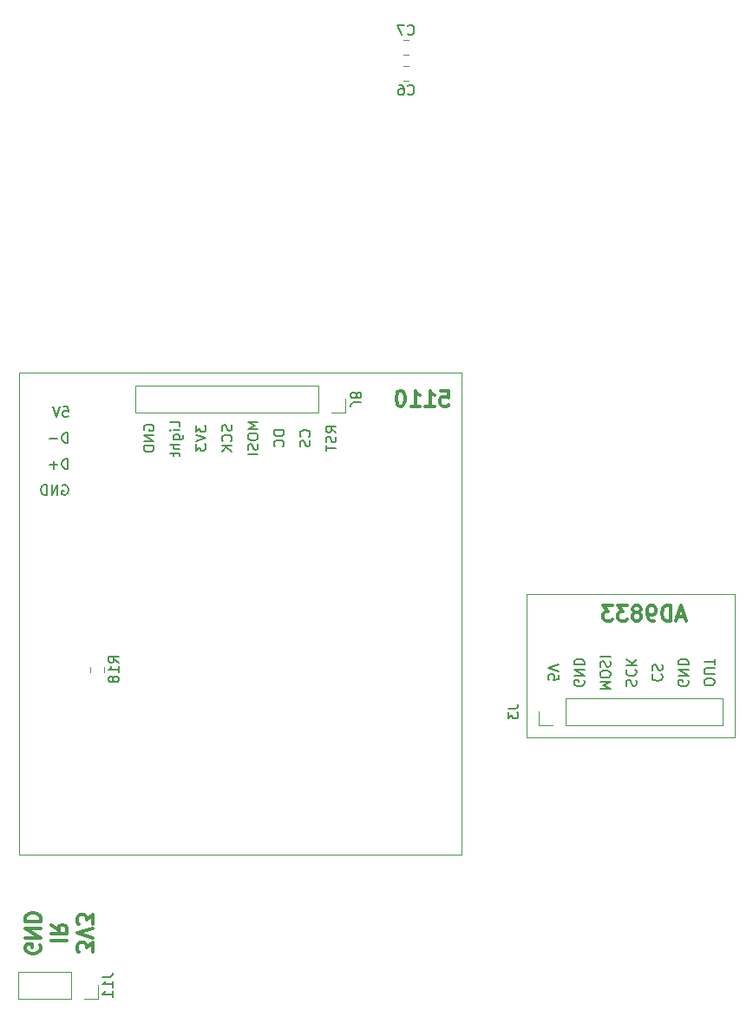
<source format=gbr>
G04 #@! TF.GenerationSoftware,KiCad,Pcbnew,5.1.4+dfsg1-1*
G04 #@! TF.CreationDate,2020-04-17T13:22:44+02:00*
G04 #@! TF.ProjectId,Transceiver,5472616e-7363-4656-9976-65722e6b6963,rev?*
G04 #@! TF.SameCoordinates,Original*
G04 #@! TF.FileFunction,Legend,Bot*
G04 #@! TF.FilePolarity,Positive*
%FSLAX46Y46*%
G04 Gerber Fmt 4.6, Leading zero omitted, Abs format (unit mm)*
G04 Created by KiCad (PCBNEW 5.1.4+dfsg1-1) date 2020-04-17 13:22:44*
%MOMM*%
%LPD*%
G04 APERTURE LIST*
%ADD10C,0.150000*%
%ADD11C,0.300000*%
%ADD12C,0.120000*%
G04 APERTURE END LIST*
D10*
X62688214Y-95972380D02*
X63164404Y-95972380D01*
X63212023Y-96448571D01*
X63164404Y-96400952D01*
X63069166Y-96353333D01*
X62831071Y-96353333D01*
X62735833Y-96400952D01*
X62688214Y-96448571D01*
X62640595Y-96543809D01*
X62640595Y-96781904D01*
X62688214Y-96877142D01*
X62735833Y-96924761D01*
X62831071Y-96972380D01*
X63069166Y-96972380D01*
X63164404Y-96924761D01*
X63212023Y-96877142D01*
X62354880Y-95972380D02*
X62021547Y-96972380D01*
X61688214Y-95972380D01*
X63164404Y-99512380D02*
X63164404Y-98512380D01*
X62926309Y-98512380D01*
X62783452Y-98560000D01*
X62688214Y-98655238D01*
X62640595Y-98750476D01*
X62592976Y-98940952D01*
X62592976Y-99083809D01*
X62640595Y-99274285D01*
X62688214Y-99369523D01*
X62783452Y-99464761D01*
X62926309Y-99512380D01*
X63164404Y-99512380D01*
X62164404Y-99131428D02*
X61402500Y-99131428D01*
X63164404Y-102052380D02*
X63164404Y-101052380D01*
X62926309Y-101052380D01*
X62783452Y-101100000D01*
X62688214Y-101195238D01*
X62640595Y-101290476D01*
X62592976Y-101480952D01*
X62592976Y-101623809D01*
X62640595Y-101814285D01*
X62688214Y-101909523D01*
X62783452Y-102004761D01*
X62926309Y-102052380D01*
X63164404Y-102052380D01*
X62164404Y-101671428D02*
X61402500Y-101671428D01*
X61783452Y-102052380D02*
X61783452Y-101290476D01*
X62640595Y-103640000D02*
X62735833Y-103592380D01*
X62878690Y-103592380D01*
X63021547Y-103640000D01*
X63116785Y-103735238D01*
X63164404Y-103830476D01*
X63212023Y-104020952D01*
X63212023Y-104163809D01*
X63164404Y-104354285D01*
X63116785Y-104449523D01*
X63021547Y-104544761D01*
X62878690Y-104592380D01*
X62783452Y-104592380D01*
X62640595Y-104544761D01*
X62592976Y-104497142D01*
X62592976Y-104163809D01*
X62783452Y-104163809D01*
X62164404Y-104592380D02*
X62164404Y-103592380D01*
X61592976Y-104592380D01*
X61592976Y-103592380D01*
X61116785Y-104592380D02*
X61116785Y-103592380D01*
X60878690Y-103592380D01*
X60735833Y-103640000D01*
X60640595Y-103735238D01*
X60592976Y-103830476D01*
X60545357Y-104020952D01*
X60545357Y-104163809D01*
X60592976Y-104354285D01*
X60640595Y-104449523D01*
X60735833Y-104544761D01*
X60878690Y-104592380D01*
X61116785Y-104592380D01*
X89352380Y-98512380D02*
X88876190Y-98179047D01*
X89352380Y-97940952D02*
X88352380Y-97940952D01*
X88352380Y-98321904D01*
X88400000Y-98417142D01*
X88447619Y-98464761D01*
X88542857Y-98512380D01*
X88685714Y-98512380D01*
X88780952Y-98464761D01*
X88828571Y-98417142D01*
X88876190Y-98321904D01*
X88876190Y-97940952D01*
X89304761Y-98893333D02*
X89352380Y-99036190D01*
X89352380Y-99274285D01*
X89304761Y-99369523D01*
X89257142Y-99417142D01*
X89161904Y-99464761D01*
X89066666Y-99464761D01*
X88971428Y-99417142D01*
X88923809Y-99369523D01*
X88876190Y-99274285D01*
X88828571Y-99083809D01*
X88780952Y-98988571D01*
X88733333Y-98940952D01*
X88638095Y-98893333D01*
X88542857Y-98893333D01*
X88447619Y-98940952D01*
X88400000Y-98988571D01*
X88352380Y-99083809D01*
X88352380Y-99321904D01*
X88400000Y-99464761D01*
X88352380Y-99750476D02*
X88352380Y-100321904D01*
X89352380Y-100036190D02*
X88352380Y-100036190D01*
X84272380Y-98298095D02*
X83272380Y-98298095D01*
X83272380Y-98536190D01*
X83320000Y-98679047D01*
X83415238Y-98774285D01*
X83510476Y-98821904D01*
X83700952Y-98869523D01*
X83843809Y-98869523D01*
X84034285Y-98821904D01*
X84129523Y-98774285D01*
X84224761Y-98679047D01*
X84272380Y-98536190D01*
X84272380Y-98298095D01*
X84177142Y-99869523D02*
X84224761Y-99821904D01*
X84272380Y-99679047D01*
X84272380Y-99583809D01*
X84224761Y-99440952D01*
X84129523Y-99345714D01*
X84034285Y-99298095D01*
X83843809Y-99250476D01*
X83700952Y-99250476D01*
X83510476Y-99298095D01*
X83415238Y-99345714D01*
X83320000Y-99440952D01*
X83272380Y-99583809D01*
X83272380Y-99679047D01*
X83320000Y-99821904D01*
X83367619Y-99869523D01*
X70620000Y-98298095D02*
X70572380Y-98202857D01*
X70572380Y-98060000D01*
X70620000Y-97917142D01*
X70715238Y-97821904D01*
X70810476Y-97774285D01*
X71000952Y-97726666D01*
X71143809Y-97726666D01*
X71334285Y-97774285D01*
X71429523Y-97821904D01*
X71524761Y-97917142D01*
X71572380Y-98060000D01*
X71572380Y-98155238D01*
X71524761Y-98298095D01*
X71477142Y-98345714D01*
X71143809Y-98345714D01*
X71143809Y-98155238D01*
X71572380Y-98774285D02*
X70572380Y-98774285D01*
X71572380Y-99345714D01*
X70572380Y-99345714D01*
X71572380Y-99821904D02*
X70572380Y-99821904D01*
X70572380Y-100060000D01*
X70620000Y-100202857D01*
X70715238Y-100298095D01*
X70810476Y-100345714D01*
X71000952Y-100393333D01*
X71143809Y-100393333D01*
X71334285Y-100345714D01*
X71429523Y-100298095D01*
X71524761Y-100202857D01*
X71572380Y-100060000D01*
X71572380Y-99821904D01*
X79144761Y-97774285D02*
X79192380Y-97917142D01*
X79192380Y-98155238D01*
X79144761Y-98250476D01*
X79097142Y-98298095D01*
X79001904Y-98345714D01*
X78906666Y-98345714D01*
X78811428Y-98298095D01*
X78763809Y-98250476D01*
X78716190Y-98155238D01*
X78668571Y-97964761D01*
X78620952Y-97869523D01*
X78573333Y-97821904D01*
X78478095Y-97774285D01*
X78382857Y-97774285D01*
X78287619Y-97821904D01*
X78240000Y-97869523D01*
X78192380Y-97964761D01*
X78192380Y-98202857D01*
X78240000Y-98345714D01*
X79097142Y-99345714D02*
X79144761Y-99298095D01*
X79192380Y-99155238D01*
X79192380Y-99060000D01*
X79144761Y-98917142D01*
X79049523Y-98821904D01*
X78954285Y-98774285D01*
X78763809Y-98726666D01*
X78620952Y-98726666D01*
X78430476Y-98774285D01*
X78335238Y-98821904D01*
X78240000Y-98917142D01*
X78192380Y-99060000D01*
X78192380Y-99155238D01*
X78240000Y-99298095D01*
X78287619Y-99345714D01*
X79192380Y-99774285D02*
X78192380Y-99774285D01*
X79192380Y-100345714D02*
X78620952Y-99917142D01*
X78192380Y-100345714D02*
X78763809Y-99774285D01*
X81732380Y-97488571D02*
X80732380Y-97488571D01*
X81446666Y-97821904D01*
X80732380Y-98155238D01*
X81732380Y-98155238D01*
X80732380Y-98821904D02*
X80732380Y-99012380D01*
X80780000Y-99107619D01*
X80875238Y-99202857D01*
X81065714Y-99250476D01*
X81399047Y-99250476D01*
X81589523Y-99202857D01*
X81684761Y-99107619D01*
X81732380Y-99012380D01*
X81732380Y-98821904D01*
X81684761Y-98726666D01*
X81589523Y-98631428D01*
X81399047Y-98583809D01*
X81065714Y-98583809D01*
X80875238Y-98631428D01*
X80780000Y-98726666D01*
X80732380Y-98821904D01*
X81684761Y-99631428D02*
X81732380Y-99774285D01*
X81732380Y-100012380D01*
X81684761Y-100107619D01*
X81637142Y-100155238D01*
X81541904Y-100202857D01*
X81446666Y-100202857D01*
X81351428Y-100155238D01*
X81303809Y-100107619D01*
X81256190Y-100012380D01*
X81208571Y-99821904D01*
X81160952Y-99726666D01*
X81113333Y-99679047D01*
X81018095Y-99631428D01*
X80922857Y-99631428D01*
X80827619Y-99679047D01*
X80780000Y-99726666D01*
X80732380Y-99821904D01*
X80732380Y-100060000D01*
X80780000Y-100202857D01*
X81732380Y-100631428D02*
X80732380Y-100631428D01*
X86717142Y-98893333D02*
X86764761Y-98845714D01*
X86812380Y-98702857D01*
X86812380Y-98607619D01*
X86764761Y-98464761D01*
X86669523Y-98369523D01*
X86574285Y-98321904D01*
X86383809Y-98274285D01*
X86240952Y-98274285D01*
X86050476Y-98321904D01*
X85955238Y-98369523D01*
X85860000Y-98464761D01*
X85812380Y-98607619D01*
X85812380Y-98702857D01*
X85860000Y-98845714D01*
X85907619Y-98893333D01*
X86764761Y-99274285D02*
X86812380Y-99417142D01*
X86812380Y-99655238D01*
X86764761Y-99750476D01*
X86717142Y-99798095D01*
X86621904Y-99845714D01*
X86526666Y-99845714D01*
X86431428Y-99798095D01*
X86383809Y-99750476D01*
X86336190Y-99655238D01*
X86288571Y-99464761D01*
X86240952Y-99369523D01*
X86193333Y-99321904D01*
X86098095Y-99274285D01*
X86002857Y-99274285D01*
X85907619Y-99321904D01*
X85860000Y-99369523D01*
X85812380Y-99464761D01*
X85812380Y-99702857D01*
X85860000Y-99845714D01*
X75652380Y-97821904D02*
X75652380Y-98440952D01*
X76033333Y-98107619D01*
X76033333Y-98250476D01*
X76080952Y-98345714D01*
X76128571Y-98393333D01*
X76223809Y-98440952D01*
X76461904Y-98440952D01*
X76557142Y-98393333D01*
X76604761Y-98345714D01*
X76652380Y-98250476D01*
X76652380Y-97964761D01*
X76604761Y-97869523D01*
X76557142Y-97821904D01*
X75652380Y-98726666D02*
X76652380Y-99060000D01*
X75652380Y-99393333D01*
X75652380Y-99631428D02*
X75652380Y-100250476D01*
X76033333Y-99917142D01*
X76033333Y-100060000D01*
X76080952Y-100155238D01*
X76128571Y-100202857D01*
X76223809Y-100250476D01*
X76461904Y-100250476D01*
X76557142Y-100202857D01*
X76604761Y-100155238D01*
X76652380Y-100060000D01*
X76652380Y-99774285D01*
X76604761Y-99679047D01*
X76557142Y-99631428D01*
X74112380Y-97940952D02*
X74112380Y-97464761D01*
X73112380Y-97464761D01*
X74112380Y-98274285D02*
X73445714Y-98274285D01*
X73112380Y-98274285D02*
X73160000Y-98226666D01*
X73207619Y-98274285D01*
X73160000Y-98321904D01*
X73112380Y-98274285D01*
X73207619Y-98274285D01*
X73445714Y-99179047D02*
X74255238Y-99179047D01*
X74350476Y-99131428D01*
X74398095Y-99083809D01*
X74445714Y-98988571D01*
X74445714Y-98845714D01*
X74398095Y-98750476D01*
X74064761Y-99179047D02*
X74112380Y-99083809D01*
X74112380Y-98893333D01*
X74064761Y-98798095D01*
X74017142Y-98750476D01*
X73921904Y-98702857D01*
X73636190Y-98702857D01*
X73540952Y-98750476D01*
X73493333Y-98798095D01*
X73445714Y-98893333D01*
X73445714Y-99083809D01*
X73493333Y-99179047D01*
X74112380Y-99655238D02*
X73112380Y-99655238D01*
X74112380Y-100083809D02*
X73588571Y-100083809D01*
X73493333Y-100036190D01*
X73445714Y-99940952D01*
X73445714Y-99798095D01*
X73493333Y-99702857D01*
X73540952Y-99655238D01*
X73445714Y-100417142D02*
X73445714Y-100798095D01*
X73112380Y-100560000D02*
X73969523Y-100560000D01*
X74064761Y-100607619D01*
X74112380Y-100702857D01*
X74112380Y-100798095D01*
X123690000Y-122681904D02*
X123737619Y-122777142D01*
X123737619Y-122920000D01*
X123690000Y-123062857D01*
X123594761Y-123158095D01*
X123499523Y-123205714D01*
X123309047Y-123253333D01*
X123166190Y-123253333D01*
X122975714Y-123205714D01*
X122880476Y-123158095D01*
X122785238Y-123062857D01*
X122737619Y-122920000D01*
X122737619Y-122824761D01*
X122785238Y-122681904D01*
X122832857Y-122634285D01*
X123166190Y-122634285D01*
X123166190Y-122824761D01*
X122737619Y-122205714D02*
X123737619Y-122205714D01*
X122737619Y-121634285D01*
X123737619Y-121634285D01*
X122737619Y-121158095D02*
X123737619Y-121158095D01*
X123737619Y-120920000D01*
X123690000Y-120777142D01*
X123594761Y-120681904D01*
X123499523Y-120634285D01*
X123309047Y-120586666D01*
X123166190Y-120586666D01*
X122975714Y-120634285D01*
X122880476Y-120681904D01*
X122785238Y-120777142D01*
X122737619Y-120920000D01*
X122737619Y-121158095D01*
X126277619Y-122920000D02*
X126277619Y-122729523D01*
X126230000Y-122634285D01*
X126134761Y-122539047D01*
X125944285Y-122491428D01*
X125610952Y-122491428D01*
X125420476Y-122539047D01*
X125325238Y-122634285D01*
X125277619Y-122729523D01*
X125277619Y-122920000D01*
X125325238Y-123015238D01*
X125420476Y-123110476D01*
X125610952Y-123158095D01*
X125944285Y-123158095D01*
X126134761Y-123110476D01*
X126230000Y-123015238D01*
X126277619Y-122920000D01*
X126277619Y-122062857D02*
X125468095Y-122062857D01*
X125372857Y-122015238D01*
X125325238Y-121967619D01*
X125277619Y-121872380D01*
X125277619Y-121681904D01*
X125325238Y-121586666D01*
X125372857Y-121539047D01*
X125468095Y-121491428D01*
X126277619Y-121491428D01*
X126277619Y-121158095D02*
X126277619Y-120586666D01*
X125277619Y-120872380D02*
X126277619Y-120872380D01*
X117705238Y-123205714D02*
X117657619Y-123062857D01*
X117657619Y-122824761D01*
X117705238Y-122729523D01*
X117752857Y-122681904D01*
X117848095Y-122634285D01*
X117943333Y-122634285D01*
X118038571Y-122681904D01*
X118086190Y-122729523D01*
X118133809Y-122824761D01*
X118181428Y-123015238D01*
X118229047Y-123110476D01*
X118276666Y-123158095D01*
X118371904Y-123205714D01*
X118467142Y-123205714D01*
X118562380Y-123158095D01*
X118610000Y-123110476D01*
X118657619Y-123015238D01*
X118657619Y-122777142D01*
X118610000Y-122634285D01*
X117752857Y-121634285D02*
X117705238Y-121681904D01*
X117657619Y-121824761D01*
X117657619Y-121920000D01*
X117705238Y-122062857D01*
X117800476Y-122158095D01*
X117895714Y-122205714D01*
X118086190Y-122253333D01*
X118229047Y-122253333D01*
X118419523Y-122205714D01*
X118514761Y-122158095D01*
X118610000Y-122062857D01*
X118657619Y-121920000D01*
X118657619Y-121824761D01*
X118610000Y-121681904D01*
X118562380Y-121634285D01*
X117657619Y-121205714D02*
X118657619Y-121205714D01*
X117657619Y-120634285D02*
X118229047Y-121062857D01*
X118657619Y-120634285D02*
X118086190Y-121205714D01*
X120292857Y-122086666D02*
X120245238Y-122134285D01*
X120197619Y-122277142D01*
X120197619Y-122372380D01*
X120245238Y-122515238D01*
X120340476Y-122610476D01*
X120435714Y-122658095D01*
X120626190Y-122705714D01*
X120769047Y-122705714D01*
X120959523Y-122658095D01*
X121054761Y-122610476D01*
X121150000Y-122515238D01*
X121197619Y-122372380D01*
X121197619Y-122277142D01*
X121150000Y-122134285D01*
X121102380Y-122086666D01*
X120245238Y-121705714D02*
X120197619Y-121562857D01*
X120197619Y-121324761D01*
X120245238Y-121229523D01*
X120292857Y-121181904D01*
X120388095Y-121134285D01*
X120483333Y-121134285D01*
X120578571Y-121181904D01*
X120626190Y-121229523D01*
X120673809Y-121324761D01*
X120721428Y-121515238D01*
X120769047Y-121610476D01*
X120816666Y-121658095D01*
X120911904Y-121705714D01*
X121007142Y-121705714D01*
X121102380Y-121658095D01*
X121150000Y-121610476D01*
X121197619Y-121515238D01*
X121197619Y-121277142D01*
X121150000Y-121134285D01*
X115117619Y-123491428D02*
X116117619Y-123491428D01*
X115403333Y-123158095D01*
X116117619Y-122824761D01*
X115117619Y-122824761D01*
X116117619Y-122158095D02*
X116117619Y-121967619D01*
X116070000Y-121872380D01*
X115974761Y-121777142D01*
X115784285Y-121729523D01*
X115450952Y-121729523D01*
X115260476Y-121777142D01*
X115165238Y-121872380D01*
X115117619Y-121967619D01*
X115117619Y-122158095D01*
X115165238Y-122253333D01*
X115260476Y-122348571D01*
X115450952Y-122396190D01*
X115784285Y-122396190D01*
X115974761Y-122348571D01*
X116070000Y-122253333D01*
X116117619Y-122158095D01*
X115165238Y-121348571D02*
X115117619Y-121205714D01*
X115117619Y-120967619D01*
X115165238Y-120872380D01*
X115212857Y-120824761D01*
X115308095Y-120777142D01*
X115403333Y-120777142D01*
X115498571Y-120824761D01*
X115546190Y-120872380D01*
X115593809Y-120967619D01*
X115641428Y-121158095D01*
X115689047Y-121253333D01*
X115736666Y-121300952D01*
X115831904Y-121348571D01*
X115927142Y-121348571D01*
X116022380Y-121300952D01*
X116070000Y-121253333D01*
X116117619Y-121158095D01*
X116117619Y-120920000D01*
X116070000Y-120777142D01*
X115117619Y-120348571D02*
X116117619Y-120348571D01*
X113530000Y-122681904D02*
X113577619Y-122777142D01*
X113577619Y-122920000D01*
X113530000Y-123062857D01*
X113434761Y-123158095D01*
X113339523Y-123205714D01*
X113149047Y-123253333D01*
X113006190Y-123253333D01*
X112815714Y-123205714D01*
X112720476Y-123158095D01*
X112625238Y-123062857D01*
X112577619Y-122920000D01*
X112577619Y-122824761D01*
X112625238Y-122681904D01*
X112672857Y-122634285D01*
X113006190Y-122634285D01*
X113006190Y-122824761D01*
X112577619Y-122205714D02*
X113577619Y-122205714D01*
X112577619Y-121634285D01*
X113577619Y-121634285D01*
X112577619Y-121158095D02*
X113577619Y-121158095D01*
X113577619Y-120920000D01*
X113530000Y-120777142D01*
X113434761Y-120681904D01*
X113339523Y-120634285D01*
X113149047Y-120586666D01*
X113006190Y-120586666D01*
X112815714Y-120634285D01*
X112720476Y-120681904D01*
X112625238Y-120777142D01*
X112577619Y-120920000D01*
X112577619Y-121158095D01*
X111037619Y-122110476D02*
X111037619Y-122586666D01*
X110561428Y-122634285D01*
X110609047Y-122586666D01*
X110656666Y-122491428D01*
X110656666Y-122253333D01*
X110609047Y-122158095D01*
X110561428Y-122110476D01*
X110466190Y-122062857D01*
X110228095Y-122062857D01*
X110132857Y-122110476D01*
X110085238Y-122158095D01*
X110037619Y-122253333D01*
X110037619Y-122491428D01*
X110085238Y-122586666D01*
X110132857Y-122634285D01*
X111037619Y-121777142D02*
X110037619Y-121443809D01*
X111037619Y-121110476D01*
D11*
X65591428Y-149177142D02*
X65591428Y-148248571D01*
X65020000Y-148748571D01*
X65020000Y-148534285D01*
X64948571Y-148391428D01*
X64877142Y-148320000D01*
X64734285Y-148248571D01*
X64377142Y-148248571D01*
X64234285Y-148320000D01*
X64162857Y-148391428D01*
X64091428Y-148534285D01*
X64091428Y-148962857D01*
X64162857Y-149105714D01*
X64234285Y-149177142D01*
X65591428Y-147820000D02*
X64091428Y-147320000D01*
X65591428Y-146820000D01*
X65591428Y-146462857D02*
X65591428Y-145534285D01*
X65020000Y-146034285D01*
X65020000Y-145820000D01*
X64948571Y-145677142D01*
X64877142Y-145605714D01*
X64734285Y-145534285D01*
X64377142Y-145534285D01*
X64234285Y-145605714D01*
X64162857Y-145677142D01*
X64091428Y-145820000D01*
X64091428Y-146248571D01*
X64162857Y-146391428D01*
X64234285Y-146462857D01*
X61551428Y-148070000D02*
X63051428Y-148070000D01*
X61551428Y-146498571D02*
X62265714Y-146998571D01*
X61551428Y-147355714D02*
X63051428Y-147355714D01*
X63051428Y-146784285D01*
X62980000Y-146641428D01*
X62908571Y-146570000D01*
X62765714Y-146498571D01*
X62551428Y-146498571D01*
X62408571Y-146570000D01*
X62337142Y-146641428D01*
X62265714Y-146784285D01*
X62265714Y-147355714D01*
X60440000Y-148462857D02*
X60511428Y-148605714D01*
X60511428Y-148820000D01*
X60440000Y-149034285D01*
X60297142Y-149177142D01*
X60154285Y-149248571D01*
X59868571Y-149320000D01*
X59654285Y-149320000D01*
X59368571Y-149248571D01*
X59225714Y-149177142D01*
X59082857Y-149034285D01*
X59011428Y-148820000D01*
X59011428Y-148677142D01*
X59082857Y-148462857D01*
X59154285Y-148391428D01*
X59654285Y-148391428D01*
X59654285Y-148677142D01*
X59011428Y-147748571D02*
X60511428Y-147748571D01*
X59011428Y-146891428D01*
X60511428Y-146891428D01*
X59011428Y-146177142D02*
X60511428Y-146177142D01*
X60511428Y-145820000D01*
X60440000Y-145605714D01*
X60297142Y-145462857D01*
X60154285Y-145391428D01*
X59868571Y-145320000D01*
X59654285Y-145320000D01*
X59368571Y-145391428D01*
X59225714Y-145462857D01*
X59082857Y-145605714D01*
X59011428Y-145820000D01*
X59011428Y-146177142D01*
D12*
X107950000Y-114300000D02*
X107950000Y-128270000D01*
X128270000Y-114300000D02*
X107950000Y-114300000D01*
X128270000Y-128270000D02*
X128270000Y-114300000D01*
X128270000Y-128270000D02*
X107950000Y-128270000D01*
X58420000Y-139700000D02*
X58420000Y-92710000D01*
X101600000Y-139700000D02*
X58420000Y-139700000D01*
X101600000Y-92710000D02*
X101600000Y-139700000D01*
X58420000Y-92710000D02*
X101600000Y-92710000D01*
D11*
X99575714Y-94428571D02*
X100290000Y-94428571D01*
X100361428Y-95142857D01*
X100290000Y-95071428D01*
X100147142Y-95000000D01*
X99790000Y-95000000D01*
X99647142Y-95071428D01*
X99575714Y-95142857D01*
X99504285Y-95285714D01*
X99504285Y-95642857D01*
X99575714Y-95785714D01*
X99647142Y-95857142D01*
X99790000Y-95928571D01*
X100147142Y-95928571D01*
X100290000Y-95857142D01*
X100361428Y-95785714D01*
X98075714Y-95928571D02*
X98932857Y-95928571D01*
X98504285Y-95928571D02*
X98504285Y-94428571D01*
X98647142Y-94642857D01*
X98790000Y-94785714D01*
X98932857Y-94857142D01*
X96647142Y-95928571D02*
X97504285Y-95928571D01*
X97075714Y-95928571D02*
X97075714Y-94428571D01*
X97218571Y-94642857D01*
X97361428Y-94785714D01*
X97504285Y-94857142D01*
X95718571Y-94428571D02*
X95575714Y-94428571D01*
X95432857Y-94500000D01*
X95361428Y-94571428D01*
X95290000Y-94714285D01*
X95218571Y-95000000D01*
X95218571Y-95357142D01*
X95290000Y-95642857D01*
X95361428Y-95785714D01*
X95432857Y-95857142D01*
X95575714Y-95928571D01*
X95718571Y-95928571D01*
X95861428Y-95857142D01*
X95932857Y-95785714D01*
X96004285Y-95642857D01*
X96075714Y-95357142D01*
X96075714Y-95000000D01*
X96004285Y-94714285D01*
X95932857Y-94571428D01*
X95861428Y-94500000D01*
X95718571Y-94428571D01*
X123344285Y-116455000D02*
X122630000Y-116455000D01*
X123487142Y-116883571D02*
X122987142Y-115383571D01*
X122487142Y-116883571D01*
X121987142Y-116883571D02*
X121987142Y-115383571D01*
X121630000Y-115383571D01*
X121415714Y-115455000D01*
X121272857Y-115597857D01*
X121201428Y-115740714D01*
X121130000Y-116026428D01*
X121130000Y-116240714D01*
X121201428Y-116526428D01*
X121272857Y-116669285D01*
X121415714Y-116812142D01*
X121630000Y-116883571D01*
X121987142Y-116883571D01*
X120415714Y-116883571D02*
X120130000Y-116883571D01*
X119987142Y-116812142D01*
X119915714Y-116740714D01*
X119772857Y-116526428D01*
X119701428Y-116240714D01*
X119701428Y-115669285D01*
X119772857Y-115526428D01*
X119844285Y-115455000D01*
X119987142Y-115383571D01*
X120272857Y-115383571D01*
X120415714Y-115455000D01*
X120487142Y-115526428D01*
X120558571Y-115669285D01*
X120558571Y-116026428D01*
X120487142Y-116169285D01*
X120415714Y-116240714D01*
X120272857Y-116312142D01*
X119987142Y-116312142D01*
X119844285Y-116240714D01*
X119772857Y-116169285D01*
X119701428Y-116026428D01*
X118844285Y-116026428D02*
X118987142Y-115955000D01*
X119058571Y-115883571D01*
X119130000Y-115740714D01*
X119130000Y-115669285D01*
X119058571Y-115526428D01*
X118987142Y-115455000D01*
X118844285Y-115383571D01*
X118558571Y-115383571D01*
X118415714Y-115455000D01*
X118344285Y-115526428D01*
X118272857Y-115669285D01*
X118272857Y-115740714D01*
X118344285Y-115883571D01*
X118415714Y-115955000D01*
X118558571Y-116026428D01*
X118844285Y-116026428D01*
X118987142Y-116097857D01*
X119058571Y-116169285D01*
X119130000Y-116312142D01*
X119130000Y-116597857D01*
X119058571Y-116740714D01*
X118987142Y-116812142D01*
X118844285Y-116883571D01*
X118558571Y-116883571D01*
X118415714Y-116812142D01*
X118344285Y-116740714D01*
X118272857Y-116597857D01*
X118272857Y-116312142D01*
X118344285Y-116169285D01*
X118415714Y-116097857D01*
X118558571Y-116026428D01*
X117772857Y-115383571D02*
X116844285Y-115383571D01*
X117344285Y-115955000D01*
X117130000Y-115955000D01*
X116987142Y-116026428D01*
X116915714Y-116097857D01*
X116844285Y-116240714D01*
X116844285Y-116597857D01*
X116915714Y-116740714D01*
X116987142Y-116812142D01*
X117130000Y-116883571D01*
X117558571Y-116883571D01*
X117701428Y-116812142D01*
X117772857Y-116740714D01*
X116344285Y-115383571D02*
X115415714Y-115383571D01*
X115915714Y-115955000D01*
X115701428Y-115955000D01*
X115558571Y-116026428D01*
X115487142Y-116097857D01*
X115415714Y-116240714D01*
X115415714Y-116597857D01*
X115487142Y-116740714D01*
X115558571Y-116812142D01*
X115701428Y-116883571D01*
X116130000Y-116883571D01*
X116272857Y-116812142D01*
X116344285Y-116740714D01*
D12*
X65330000Y-121846078D02*
X65330000Y-121328922D01*
X66750000Y-121846078D02*
X66750000Y-121328922D01*
X109160000Y-125730000D02*
X109160000Y-127060000D01*
X109160000Y-127060000D02*
X110490000Y-127060000D01*
X111760000Y-127060000D02*
X127060000Y-127060000D01*
X127060000Y-124400000D02*
X127060000Y-127060000D01*
X111760000Y-124400000D02*
X127060000Y-124400000D01*
X111760000Y-124400000D02*
X111760000Y-127060000D01*
X96446078Y-61670000D02*
X95928922Y-61670000D01*
X96446078Y-60250000D02*
X95928922Y-60250000D01*
X95928922Y-62790000D02*
X96446078Y-62790000D01*
X95928922Y-64210000D02*
X96446078Y-64210000D01*
X66100000Y-153730000D02*
X66100000Y-152400000D01*
X64770000Y-153730000D02*
X66100000Y-153730000D01*
X63500000Y-153730000D02*
X63500000Y-151070000D01*
X63500000Y-151070000D02*
X58360000Y-151070000D01*
X63500000Y-153730000D02*
X58360000Y-153730000D01*
X58360000Y-153730000D02*
X58360000Y-151070000D01*
X90230000Y-96580000D02*
X90230000Y-95250000D01*
X88900000Y-96580000D02*
X90230000Y-96580000D01*
X87630000Y-96580000D02*
X87630000Y-93920000D01*
X87630000Y-93920000D02*
X69790000Y-93920000D01*
X87630000Y-96580000D02*
X69790000Y-96580000D01*
X69790000Y-96580000D02*
X69790000Y-93920000D01*
D10*
X68142380Y-120944642D02*
X67666190Y-120611309D01*
X68142380Y-120373214D02*
X67142380Y-120373214D01*
X67142380Y-120754166D01*
X67190000Y-120849404D01*
X67237619Y-120897023D01*
X67332857Y-120944642D01*
X67475714Y-120944642D01*
X67570952Y-120897023D01*
X67618571Y-120849404D01*
X67666190Y-120754166D01*
X67666190Y-120373214D01*
X68142380Y-121897023D02*
X68142380Y-121325595D01*
X68142380Y-121611309D02*
X67142380Y-121611309D01*
X67285238Y-121516071D01*
X67380476Y-121420833D01*
X67428095Y-121325595D01*
X67570952Y-122468452D02*
X67523333Y-122373214D01*
X67475714Y-122325595D01*
X67380476Y-122277976D01*
X67332857Y-122277976D01*
X67237619Y-122325595D01*
X67190000Y-122373214D01*
X67142380Y-122468452D01*
X67142380Y-122658928D01*
X67190000Y-122754166D01*
X67237619Y-122801785D01*
X67332857Y-122849404D01*
X67380476Y-122849404D01*
X67475714Y-122801785D01*
X67523333Y-122754166D01*
X67570952Y-122658928D01*
X67570952Y-122468452D01*
X67618571Y-122373214D01*
X67666190Y-122325595D01*
X67761428Y-122277976D01*
X67951904Y-122277976D01*
X68047142Y-122325595D01*
X68094761Y-122373214D01*
X68142380Y-122468452D01*
X68142380Y-122658928D01*
X68094761Y-122754166D01*
X68047142Y-122801785D01*
X67951904Y-122849404D01*
X67761428Y-122849404D01*
X67666190Y-122801785D01*
X67618571Y-122754166D01*
X67570952Y-122658928D01*
X106132380Y-125396666D02*
X106846666Y-125396666D01*
X106989523Y-125349047D01*
X107084761Y-125253809D01*
X107132380Y-125110952D01*
X107132380Y-125015714D01*
X106132380Y-125777619D02*
X106132380Y-126396666D01*
X106513333Y-126063333D01*
X106513333Y-126206190D01*
X106560952Y-126301428D01*
X106608571Y-126349047D01*
X106703809Y-126396666D01*
X106941904Y-126396666D01*
X107037142Y-126349047D01*
X107084761Y-126301428D01*
X107132380Y-126206190D01*
X107132380Y-125920476D01*
X107084761Y-125825238D01*
X107037142Y-125777619D01*
X96354166Y-59667142D02*
X96401785Y-59714761D01*
X96544642Y-59762380D01*
X96639880Y-59762380D01*
X96782738Y-59714761D01*
X96877976Y-59619523D01*
X96925595Y-59524285D01*
X96973214Y-59333809D01*
X96973214Y-59190952D01*
X96925595Y-59000476D01*
X96877976Y-58905238D01*
X96782738Y-58810000D01*
X96639880Y-58762380D01*
X96544642Y-58762380D01*
X96401785Y-58810000D01*
X96354166Y-58857619D01*
X96020833Y-58762380D02*
X95354166Y-58762380D01*
X95782738Y-59762380D01*
X96354166Y-65507142D02*
X96401785Y-65554761D01*
X96544642Y-65602380D01*
X96639880Y-65602380D01*
X96782738Y-65554761D01*
X96877976Y-65459523D01*
X96925595Y-65364285D01*
X96973214Y-65173809D01*
X96973214Y-65030952D01*
X96925595Y-64840476D01*
X96877976Y-64745238D01*
X96782738Y-64650000D01*
X96639880Y-64602380D01*
X96544642Y-64602380D01*
X96401785Y-64650000D01*
X96354166Y-64697619D01*
X95497023Y-64602380D02*
X95687500Y-64602380D01*
X95782738Y-64650000D01*
X95830357Y-64697619D01*
X95925595Y-64840476D01*
X95973214Y-65030952D01*
X95973214Y-65411904D01*
X95925595Y-65507142D01*
X95877976Y-65554761D01*
X95782738Y-65602380D01*
X95592261Y-65602380D01*
X95497023Y-65554761D01*
X95449404Y-65507142D01*
X95401785Y-65411904D01*
X95401785Y-65173809D01*
X95449404Y-65078571D01*
X95497023Y-65030952D01*
X95592261Y-64983333D01*
X95782738Y-64983333D01*
X95877976Y-65030952D01*
X95925595Y-65078571D01*
X95973214Y-65173809D01*
X66552380Y-151590476D02*
X67266666Y-151590476D01*
X67409523Y-151542857D01*
X67504761Y-151447619D01*
X67552380Y-151304761D01*
X67552380Y-151209523D01*
X67552380Y-152590476D02*
X67552380Y-152019047D01*
X67552380Y-152304761D02*
X66552380Y-152304761D01*
X66695238Y-152209523D01*
X66790476Y-152114285D01*
X66838095Y-152019047D01*
X67552380Y-153542857D02*
X67552380Y-152971428D01*
X67552380Y-153257142D02*
X66552380Y-153257142D01*
X66695238Y-153161904D01*
X66790476Y-153066666D01*
X66838095Y-152971428D01*
X91777619Y-95583333D02*
X91063333Y-95583333D01*
X90920476Y-95630952D01*
X90825238Y-95726190D01*
X90777619Y-95869047D01*
X90777619Y-95964285D01*
X91349047Y-94964285D02*
X91396666Y-95059523D01*
X91444285Y-95107142D01*
X91539523Y-95154761D01*
X91587142Y-95154761D01*
X91682380Y-95107142D01*
X91730000Y-95059523D01*
X91777619Y-94964285D01*
X91777619Y-94773809D01*
X91730000Y-94678571D01*
X91682380Y-94630952D01*
X91587142Y-94583333D01*
X91539523Y-94583333D01*
X91444285Y-94630952D01*
X91396666Y-94678571D01*
X91349047Y-94773809D01*
X91349047Y-94964285D01*
X91301428Y-95059523D01*
X91253809Y-95107142D01*
X91158571Y-95154761D01*
X90968095Y-95154761D01*
X90872857Y-95107142D01*
X90825238Y-95059523D01*
X90777619Y-94964285D01*
X90777619Y-94773809D01*
X90825238Y-94678571D01*
X90872857Y-94630952D01*
X90968095Y-94583333D01*
X91158571Y-94583333D01*
X91253809Y-94630952D01*
X91301428Y-94678571D01*
X91349047Y-94773809D01*
M02*

</source>
